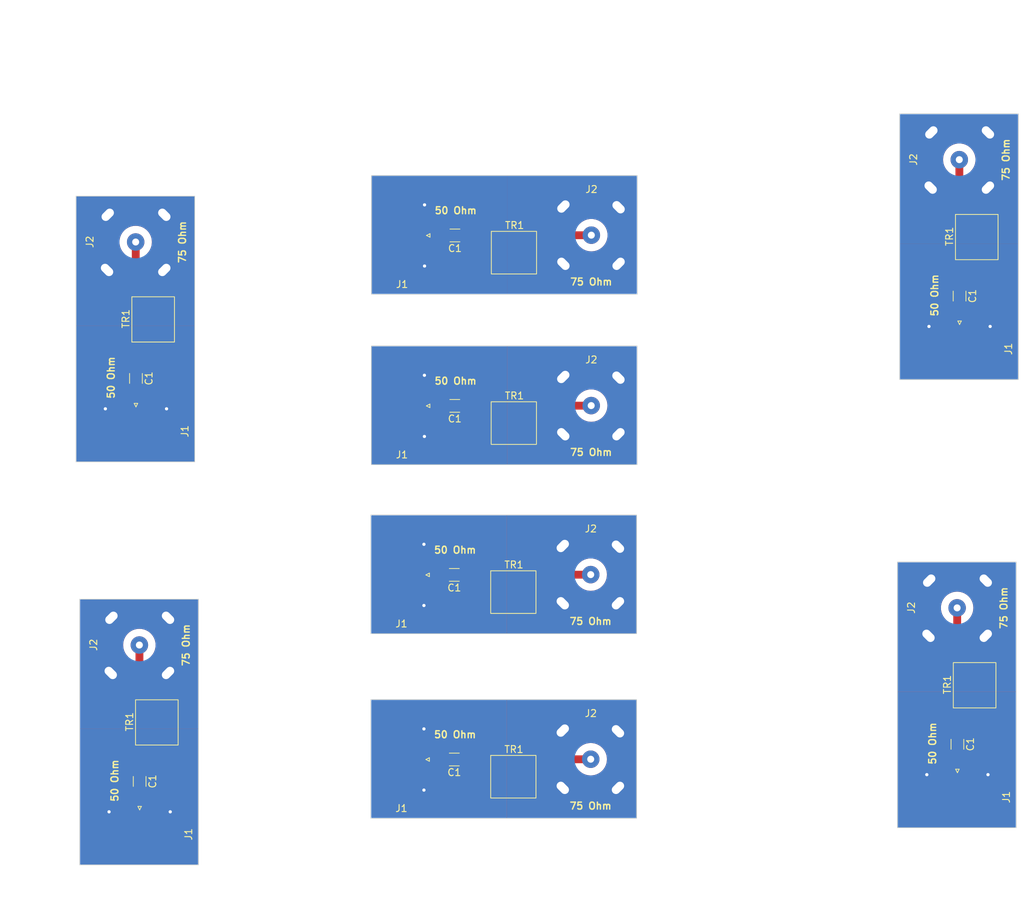
<source format=kicad_pcb>
(kicad_pcb (version 20221018) (generator pcbnew)
  (layers (0 "F.Cu" signal) (31 "B.Cu" signal) (34 "B.Paste" user) (35 "F.Paste" user) (36 "B.SilkS" user "B.Silkscreen") (37 "F.SilkS" user "F.Silkscreen") (38 "B.Mask" user) (39 "F.Mask" user) (44 "Edge.Cuts" user))
  (net 0 "")
  (net 1 "Net-(C1-Pad1)")
  (net 2 "Net-(J1-In)")
  (net 3 "Net-(C2-Pad1)")
  (net 4 "GND")
  (footprint "Capacitor_SMD:C_1206_3216Metric" (layer "F.Cu") (at 142.78 142.61 180)
    (fp_text reference "C1" (at 0 -1.85 180) (layer "F.SilkS"))
    (fp_text value "72p")
    (fp_line (start -0.711252 -0.91) (end 0.711252 -0.91) (stroke (width 0.12)) (layer "F.SilkS"))
    (fp_line (start -0.711252 0.91) (end 0.711252 0.91) (stroke (width 0.12)) (layer "F.SilkS"))
    (pad "1" smd roundrect (at -1.475 0 180) (size 1.15 1.8) (layers "F.Cu" "F.Paste" "F.Mask") (roundrect_rratio 0.217391) (net 1 "Net-(C1-Pad1)"))
    (pad "2" smd roundrect (at 1.475 0 180) (size 1.15 1.8) (layers "F.Cu" "F.Paste" "F.Mask") (roundrect_rratio 0.217391) (net 2 "Net-(J1-In)"))
  )
  (footprint "Capacitor_SMD:C_1206_3216Metric" (layer "F.Cu") (at 142.87 67.58 180)
    (fp_text reference "C1" (at 0 -1.85 180) (layer "F.SilkS"))
    (fp_text value "72p")
    (fp_line (start -0.711252 -0.91) (end 0.711252 -0.91) (stroke (width 0.12)) (layer "F.SilkS"))
    (fp_line (start -0.711252 0.91) (end 0.711252 0.91) (stroke (width 0.12)) (layer "F.SilkS"))
    (pad "1" smd roundrect (at -1.475 0 180) (size 1.15 1.8) (layers "F.Cu" "F.Paste" "F.Mask") (roundrect_rratio 0.217391) (net 1 "Net-(C1-Pad1)"))
    (pad "2" smd roundrect (at 1.475 0 180) (size 1.15 1.8) (layers "F.Cu" "F.Paste" "F.Mask") (roundrect_rratio 0.217391) (net 2 "Net-(J1-In)"))
  )
  (footprint "Connector_Coaxial:SMA_Molex_73251-1153_EdgeMount_Horizontal" (layer "F.Cu") (at 136.71 142.61)
    (fp_text reference "J1" (at -1.5 7) (layer "F.SilkS"))
    (fp_text value "Conn_Coaxial")
    (fp_line (start 2 0) (end 2.5 -0.25) (stroke (width 0.12)) (layer "F.SilkS"))
    (fp_line (start 2.5 -0.25) (end 2.5 0.25) (stroke (width 0.12)) (layer "F.SilkS"))
    (fp_line (start 2.5 0.25) (end 2 0) (stroke (width 0.12)) (layer "F.SilkS"))
    (pad "1" smd rect (at -1.72 0) (size 5.08 2.29) (layers "F.Cu" "F.Paste" "F.Mask") (net 2 "Net-(J1-In)"))
    (pad "2" smd rect (at -1.72 -4.38) (size 5.08 2.42) (layers "F.Cu" "F.Paste" "F.Mask") (net 4 "GND"))
    (pad "2" smd rect (at -1.72 -4.38) (size 5.08 2.42) (layers "B.Cu" "B.Paste" "B.Mask") (net 4 "GND"))
    (pad "2" smd rect (at -1.72 4.38) (size 5.08 2.42) (layers "F.Cu" "F.Paste" "F.Mask") (net 4 "GND"))
    (pad "2" smd rect (at -1.72 4.38) (size 5.08 2.42) (layers "B.Cu" "B.Paste" "B.Mask") (net 4 "GND"))
    (pad "2" smd rect (at 1.27 -4.38) (size 0.95 0.46) (layers "F.Cu") (net 4 "GND"))
    (pad "2" smd rect (at 1.27 -4.38) (size 0.95 0.46) (layers "B.Cu") (net 4 "GND"))
    (pad "2" smd rect (at 1.27 4.38) (size 0.95 0.46) (layers "F.Cu") (net 4 "GND"))
    (pad "2" smd rect (at 1.27 4.38) (size 0.95 0.46) (layers "B.Cu") (net 4 "GND"))
    (pad "2" thru_hole circle (at 1.72 -4.38) (size 0.97 0.97) (drill 0.46) (layers "*.Cu") (net 4 "GND"))
    (pad "2" thru_hole circle (at 1.72 4.38) (size 0.97 0.97) (drill 0.46) (layers "*.Cu") (net 4 "GND"))
  )
  (footprint "Connector_Coaxial:SMA_Molex_73251-1153_EdgeMount_Horizontal" (layer "F.Cu") (at 214.81 146.5 90)
    (fp_text reference "J1" (at -1.5 7 90) (layer "F.SilkS"))
    (fp_text value "Conn_Coaxial")
    (fp_line (start 2 0) (end 2.5 -0.25) (stroke (width 0.12)) (layer "F.SilkS"))
    (fp_line (start 2.5 -0.25) (end 2.5 0.25) (stroke (width 0.12)) (layer "F.SilkS"))
    (fp_line (start 2.5 0.25) (end 2 0) (stroke (width 0.12)) (layer "F.SilkS"))
    (pad "1" smd rect (at -1.72 0 90) (size 5.08 2.29) (layers "F.Cu" "F.Paste" "F.Mask") (net 2 "Net-(J1-In)"))
    (pad "2" smd rect (at -1.72 -4.38 90) (size 5.08 2.42) (layers "F.Cu" "F.Paste" "F.Mask") (net 4 "GND"))
    (pad "2" smd rect (at -1.72 -4.38 90) (size 5.08 2.42) (layers "B.Cu" "B.Paste" "B.Mask") (net 4 "GND"))
    (pad "2" smd rect (at -1.72 4.38 90) (size 5.08 2.42) (layers "F.Cu" "F.Paste" "F.Mask") (net 4 "GND"))
    (pad "2" smd rect (at -1.72 4.38 90) (size 5.08 2.42) (layers "B.Cu" "B.Paste" "B.Mask") (net 4 "GND"))
    (pad "2" smd rect (at 1.27 -4.38 90) (size 0.95 0.46) (layers "F.Cu") (net 4 "GND"))
    (pad "2" smd rect (at 1.27 -4.38 90) (size 0.95 0.46) (layers "B.Cu") (net 4 "GND"))
    (pad "2" smd rect (at 1.27 4.38 90) (size 0.95 0.46) (layers "F.Cu") (net 4 "GND"))
    (pad "2" smd rect (at 1.27 4.38 90) (size 0.95 0.46) (layers "B.Cu") (net 4 "GND"))
    (pad "2" thru_hole circle (at 1.72 -4.38 90) (size 0.97 0.97) (drill 0.46) (layers "*.Cu") (net 4 "GND"))
    (pad "2" thru_hole circle (at 1.72 4.38 90) (size 0.97 0.97) (drill 0.46) (layers "*.Cu") (net 4 "GND"))
  )
  (footprint "Transformatory:Tranformator_Coilcraft_TTWB1015L" (layer "F.Cu") (at 148.08 66.9925)
    (fp_text reference "TR1" (at 3.33 -0.859 unlocked) (layer "F.SilkS"))
    (fp_text value "ADT1.5-2")
    (fp_rect (start 0 0) (end 6.48 6.1) (stroke (width 0.12)) (fill none) (layer "F.SilkS"))
    (pad "1" smd rect (at 0.38 0.58) (size 1.2 1.35) (layers "F.Cu" "F.Paste" "F.Mask") (net 1 "Net-(C1-Pad1)"))
    (pad "2" smd rect (at 0.39 3.07) (size 1.2 1.35) (layers "F.Cu" "F.Paste" "F.Mask"))
    (pad "3" smd rect (at 0.37 5.55) (size 1.2 1.35) (layers "F.Cu" "F.Paste" "F.Mask") (net 4 "GND"))
    (pad "4" smd rect (at 6.03 5.51) (size 1.2 1.3) (layers "F.Cu" "F.Paste" "F.Mask") (net 4 "GND"))
    (pad "5" smd rect (at 6.03 3.08) (size 1.2 1.35) (layers "F.Cu" "F.Paste" "F.Mask"))
    (pad "6" smd rect (at 6.03 0.54) (size 1.2 1.35) (layers "F.Cu" "F.Paste" "F.Mask") (net 3 "Net-(C2-Pad1)"))
  )
  (footprint "Capacitor_SMD:C_1206_3216Metric" (layer "F.Cu") (at 214.81 140.43 -90)
    (fp_text reference "C1" (at 0 -1.85 90) (layer "F.SilkS"))
    (fp_text value "72p")
    (fp_line (start -0.711252 -0.91) (end 0.711252 -0.91) (stroke (width 0.12)) (layer "F.SilkS"))
    (fp_line (start -0.711252 0.91) (end 0.711252 0.91) (stroke (width 0.12)) (layer "F.SilkS"))
    (pad "1" smd roundrect (at -1.475 0 270) (size 1.15 1.8) (layers "F.Cu" "F.Paste" "F.Mask") (roundrect_rratio 0.217391) (net 1 "Net-(C1-Pad1)"))
    (pad "2" smd roundrect (at 1.475 0 270) (size 1.15 1.8) (layers "F.Cu" "F.Paste" "F.Mask") (roundrect_rratio 0.217391) (net 2 "Net-(J1-In)"))
  )
  (footprint "Transformatory:Tranformator_Coilcraft_TTWB1015L" (layer "F.Cu") (at 148.06 91.3925)
    (fp_text reference "TR1" (at 3.33 -0.859 unlocked) (layer "F.SilkS"))
    (fp_text value "ADT1.5-2")
    (fp_rect (start 0 0) (end 6.48 6.1) (stroke (width 0.12)) (fill none) (layer "F.SilkS"))
    (pad "1" smd rect (at 0.38 0.58) (size 1.2 1.35) (layers "F.Cu" "F.Paste" "F.Mask") (net 1 "Net-(C1-Pad1)"))
    (pad "2" smd rect (at 0.39 3.07) (size 1.2 1.35) (layers "F.Cu" "F.Paste" "F.Mask"))
    (pad "3" smd rect (at 0.37 5.55) (size 1.2 1.35) (layers "F.Cu" "F.Paste" "F.Mask") (net 4 "GND"))
    (pad "4" smd rect (at 6.03 5.51) (size 1.2 1.3) (layers "F.Cu" "F.Paste" "F.Mask") (net 4 "GND"))
    (pad "5" smd rect (at 6.03 3.08) (size 1.2 1.35) (layers "F.Cu" "F.Paste" "F.Mask"))
    (pad "6" smd rect (at 6.03 0.54) (size 1.2 1.35) (layers "F.Cu" "F.Paste" "F.Mask") (net 3 "Net-(C2-Pad1)"))
  )
  (footprint "Transformatory:Tranformator_Coilcraft_TTWB1015L" (layer "F.Cu") (at 147.99 115.5925)
    (fp_text reference "TR1" (at 3.33 -0.859 unlocked) (layer "F.SilkS"))
    (fp_text value "ADT1.5-2")
    (fp_rect (start 0 0) (end 6.48 6.1) (stroke (width 0.12)) (fill none) (layer "F.SilkS"))
    (pad "1" smd rect (at 0.38 0.58) (size 1.2 1.35) (layers "F.Cu" "F.Paste" "F.Mask") (net 1 "Net-(C1-Pad1)"))
    (pad "2" smd rect (at 0.39 3.07) (size 1.2 1.35) (layers "F.Cu" "F.Paste" "F.Mask"))
    (pad "3" smd rect (at 0.37 5.55) (size 1.2 1.35) (layers "F.Cu" "F.Paste" "F.Mask") (net 4 "GND"))
    (pad "4" smd rect (at 6.03 5.51) (size 1.2 1.3) (layers "F.Cu" "F.Paste" "F.Mask") (net 4 "GND"))
    (pad "5" smd rect (at 6.03 3.08) (size 1.2 1.35) (layers "F.Cu" "F.Paste" "F.Mask"))
    (pad "6" smd rect (at 6.03 0.54) (size 1.2 1.35) (layers "F.Cu" "F.Paste" "F.Mask") (net 3 "Net-(C2-Pad1)"))
  )
  (footprint "Konektory:Coax_F_female_poziomy" (layer "F.Cu") (at 214.77 120.9 90)
    (fp_text reference "J2" (at 0.02 -6.56 90 unlocked) (layer "F.SilkS"))
    (fp_text value "Coax_F_female_poziomy")
    (pad "1" thru_hole circle (at 0 0 90) (size 2.5 2.5) (drill 1) (layers "*.Cu" "*.Mask") (net 3 "Net-(C2-Pad1)"))
    (pad "2" thru_hole circle (at -4 -4.1 45) (size 3.5 3.5) (drill oval 1.2 2) (layers "*.Cu" "*.Mask") (net 4 "GND"))
    (pad "2" thru_hole circle (at -4 4.1 135) (size 3.5 3.5) (drill oval 1.2 2) (layers "*.Cu" "*.Mask") (net 4 "GND"))
    (pad "2" thru_hole circle (at 3.9 -4 135) (size 3.5 3.5) (drill oval 1.2 2) (layers "*.Cu" "*.Mask") (net 4 "GND"))
    (pad "2" thru_hole circle (at 3.9 4.1 45) (size 3.5 3.5) (drill oval 1.2 2) (layers "*.Cu" "*.Mask") (net 4 "GND"))
  )
  (footprint "Transformatory:Tranformator_Coilcraft_TTWB1015L" (layer "F.Cu") (at 214.5325 71.05 90)
    (fp_text reference "TR1" (at 3.33 -0.859 90 unlocked) (layer "F.SilkS"))
    (fp_text value "ADT1.5-2")
    (fp_rect (start 0 0) (end 6.48 6.1) (stroke (width 0.12)) (fill none) (layer "F.SilkS"))
    (pad "1" smd rect (at 0.38 0.58 90) (size 1.2 1.35) (layers "F.Cu" "F.Paste" "F.Mask") (net 1 "Net-(C1-Pad1)"))
    (pad "2" smd rect (at 0.39 3.07 90) (size 1.2 1.35) (layers "F.Cu" "F.Paste" "F.Mask"))
    (pad "3" smd rect (at 0.37 5.55 90) (size 1.2 1.35) (layers "F.Cu" "F.Paste" "F.Mask") (net 4 "GND"))
    (pad "4" smd rect (at 6.03 5.51 90) (size 1.2 1.3) (layers "F.Cu" "F.Paste" "F.Mask") (net 4 "GND"))
    (pad "5" smd rect (at 6.03 3.08 90) (size 1.2 1.35) (layers "F.Cu" "F.Paste" "F.Mask"))
    (pad "6" smd rect (at 6.03 0.54 90) (size 1.2 1.35) (layers "F.Cu" "F.Paste" "F.Mask") (net 3 "Net-(C2-Pad1)"))
  )
  (footprint "Connector_Coaxial:SMA_Molex_73251-1153_EdgeMount_Horizontal" (layer "F.Cu") (at 97.2 94.12 90)
    (fp_text reference "J1" (at -1.5 7 90) (layer "F.SilkS"))
    (fp_text value "Conn_Coaxial")
    (fp_line (start 2 0) (end 2.5 -0.25) (stroke (width 0.12)) (layer "F.SilkS"))
    (fp_line (start 2.5 -0.25) (end 2.5 0.25) (stroke (width 0.12)) (layer "F.SilkS"))
    (fp_line (start 2.5 0.25) (end 2 0) (stroke (width 0.12)) (layer "F.SilkS"))
    (pad "1" smd rect (at -1.72 0 90) (size 5.08 2.29) (layers "F.Cu" "F.Paste" "F.Mask") (net 2 "Net-(J1-In)"))
    (pad "2" smd rect (at -1.72 -4.38 90) (size 5.08 2.42) (layers "F.Cu" "F.Paste" "F.Mask") (net 4 "GND"))
    (pad "2" smd rect (at -1.72 -4.38 90) (size 5.08 2.42) (layers "B.Cu" "B.Paste" "B.Mask") (net 4 "GND"))
    (pad "2" smd rect (at -1.72 4.38 90) (size 5.08 2.42) (layers "F.Cu" "F.Paste" "F.Mask") (net 4 "GND"))
    (pad "2" smd rect (at -1.72 4.38 90) (size 5.08 2.42) (layers "B.Cu" "B.Paste" "B.Mask") (net 4 "GND"))
    (pad "2" smd rect (at 1.27 -4.38 90) (size 0.95 0.46) (layers "F.Cu") (net 4 "GND"))
    (pad "2" smd rect (at 1.27 -4.38 90) (size 0.95 0.46) (layers "B.Cu") (net 4 "GND"))
    (pad "2" smd rect (at 1.27 4.38 90) (size 0.95 0.46) (layers "F.Cu") (net 4 "GND"))
    (pad "2" smd rect (at 1.27 4.38 90) (size 0.95 0.46) (layers "B.Cu") (net 4 "GND"))
    (pad "2" thru_hole circle (at 1.72 -4.38 90) (size 0.97 0.97) (drill 0.46) (layers "*.Cu") (net 4 "GND"))
    (pad "2" thru_hole circle (at 1.72 4.38 90) (size 0.97 0.97) (drill 0.46) (layers "*.Cu") (net 4 "GND"))
  )
  (footprint "Capacitor_SMD:C_1206_3216Metric" (layer "F.Cu") (at 97.2 88.05 -90)
    (fp_text reference "C1" (at 0 -1.85 90) (layer "F.SilkS"))
    (fp_text value "72p")
    (fp_line (start -0.711252 -0.91) (end 0.711252 -0.91) (stroke (width 0.12)) (layer "F.SilkS"))
    (fp_line (start -0.711252 0.91) (end 0.711252 0.91) (stroke (width 0.12)) (layer "F.SilkS"))
    (pad "1" smd roundrect (at -1.475 0 270) (size 1.15 1.8) (layers "F.Cu" "F.Paste" "F.Mask") (roundrect_rratio 0.217391) (net 1 "Net-(C1-Pad1)"))
    (pad "2" smd roundrect (at 1.475 0 270) (size 1.15 1.8) (layers "F.Cu" "F.Paste" "F.Mask") (roundrect_rratio 0.217391) (net 2 "Net-(J1-In)"))
  )
  (footprint "Capacitor_SMD:C_1206_3216Metric" (layer "F.Cu") (at 215.12 76.26 -90)
    (fp_text reference "C1" (at 0 -1.85 90) (layer "F.SilkS"))
    (fp_text value "72p")
    (fp_line (start -0.711252 -0.91) (end 0.711252 -0.91) (stroke (width 0.12)) (layer "F.SilkS"))
    (fp_line (start -0.711252 0.91) (end 0.711252 0.91) (stroke (width 0.12)) (layer "F.SilkS"))
    (pad "1" smd roundrect (at -1.475 0 270) (size 1.15 1.8) (layers "F.Cu" "F.Paste" "F.Mask") (roundrect_rratio 0.217391) (net 1 "Net-(C1-Pad1)"))
    (pad "2" smd roundrect (at 1.475 0 270) (size 1.15 1.8) (layers "F.Cu" "F.Paste" "F.Mask") (roundrect_rratio 0.217391) (net 2 "Net-(J1-In)"))
  )
  (footprint "Connector_Coaxial:SMA_Molex_73251-1153_EdgeMount_Horizontal" (layer "F.Cu") (at 136.71 116.18)
    (fp_text reference "J1" (at -1.5 7) (layer "F.SilkS"))
    (fp_text value "Conn_Coaxial")
    (fp_line (start 2 0) (end 2.5 -0.25) (stroke (width 0.12)) (layer "F.SilkS"))
    (fp_line (start 2.5 -0.25) (end 2.5 0.25) (stroke (width 0.12)) (layer "F.SilkS"))
    (fp_line (start 2.5 0.25) (end 2 0) (stroke (width 0.12)) (layer "F.SilkS"))
    (pad "1" smd rect (at -1.72 0) (size 5.08 2.29) (layers "F.Cu" "F.Paste" "F.Mask") (net 2 "Net-(J1-In)"))
    (pad "2" smd rect (at -1.72 -4.38) (size 5.08 2.42) (layers "F.Cu" "F.Paste" "F.Mask") (net 4 "GND"))
    (pad "2" smd rect (at -1.72 -4.38) (size 5.08 2.42) (layers "B.Cu" "B.Paste" "B.Mask") (net 4 "GND"))
    (pad "2" smd rect (at -1.72 4.38) (size 5.08 2.42) (layers "F.Cu" "F.Paste" "F.Mask") (net 4 "GND"))
    (pad "2" smd rect (at -1.72 4.38) (size 5.08 2.42) (layers "B.Cu" "B.Paste" "B.Mask") (net 4 "GND"))
    (pad "2" smd rect (at 1.27 -4.38) (size 0.95 0.46) (layers "F.Cu") (net 4 "GND"))
    (pad "2" smd rect (at 1.27 -4.38) (size 0.95 0.46) (layers "B.Cu") (net 4 "GND"))
    (pad "2" smd rect (at 1.27 4.38) (size 0.95 0.46) (layers "F.Cu") (net 4 "GND"))
    (pad "2" smd rect (at 1.27 4.38) (size 0.95 0.46) (layers "B.Cu") (net 4 "GND"))
    (pad "2" thru_hole circle (at 1.72 -4.38) (size 0.97 0.97) (drill 0.46) (layers "*.Cu") (net 4 "GND"))
    (pad "2" thru_hole circle (at 1.72 4.38) (size 0.97 0.97) (drill 0.46) (layers "*.Cu") (net 4 "GND"))
  )
  (footprint "Konektory:Coax_F_female_poziomy" (layer "F.Cu") (at 97.16 68.52 90)
    (fp_text reference "J2" (at 0.02 -6.56 90 unlocked) (layer "F.SilkS"))
    (fp_text value "Coax_F_female_poziomy")
    (pad "1" thru_hole circle (at 0 0 90) (size 2.5 2.5) (drill 1) (layers "*.Cu" "*.Mask") (net 3 "Net-(C2-Pad1)"))
    (pad "2" thru_hole circle (at -4 -4.1 45) (size 3.5 3.5) (drill oval 1.2 2) (layers "*.Cu" "*.Mask") (net 4 "GND"))
    (pad "2" thru_hole circle (at -4 4.1 135) (size 3.5 3.5) (drill oval 1.2 2) (layers "*.Cu" "*.Mask") (net 4 "GND"))
    (pad "2" thru_hole circle (at 3.9 -4 135) (size 3.5 3.5) (drill oval 1.2 2) (layers "*.Cu" "*.Mask") (net 4 "GND"))
    (pad "2" thru_hole circle (at 3.9 4.1 45) (size 3.5 3.5) (drill oval 1.2 2) (layers "*.Cu" "*.Mask") (net 4 "GND"))
  )
  (footprint "Konektory:Coax_F_female_poziomy" (layer "F.Cu") (at 162.38 91.94)
    (fp_text reference "J2" (at 0.02 -6.56 unlocked) (layer "F.SilkS"))
    (fp_text value "Coax_F_female_poziomy")
    (pad "1" thru_hole circle (at 0 0) (size 2.5 2.5) (drill 1) (layers "*.Cu" "*.Mask") (net 3 "Net-(C2-Pad1)"))
    (pad "2" thru_hole circle (at -4 -4.1 315) (size 3.5 3.5) (drill oval 1.2 2) (layers "*.Cu" "*.Mask") (net 4 "GND"))
    (pad "2" thru_hole circle (at -4 4.1 45) (size 3.5 3.5) (drill oval 1.2 2) (layers "*.Cu" "*.Mask") (net 4 "GND"))
    (pad "2" thru_hole circle (at 3.9 -4 45) (size 3.5 3.5) (drill oval 1.2 2) (layers "*.Cu" "*.Mask") (net 4 "GND"))
    (pad "2" thru_hole circle (at 3.9 4.1 315) (size 3.5 3.5) (drill oval 1.2 2) (layers "*.Cu" "*.Mask") (net 4 "GND"))
  )
  (footprint "Connector_Coaxial:SMA_Molex_73251-1153_EdgeMount_Horizontal" (layer "F.Cu") (at 97.73 151.82 90)
    (fp_text reference "J1" (at -1.5 7 90) (layer "F.SilkS"))
    (fp_text value "Conn_Coaxial")
    (fp_line (start 2 0) (end 2.5 -0.25) (stroke (width 0.12)) (layer "F.SilkS"))
    (fp_line (start 2.5 -0.25) (end 2.5 0.25) (stroke (width 0.12)) (layer "F.SilkS"))
    (fp_line (start 2.5 0.25) (end 2 0) (stroke (width 0.12)) (layer "F.SilkS"))
    (pad "1" smd rect (at -1.72 0 90) (size 5.08 2.29) (layers "F.Cu" "F.Paste" "F.Mask") (net 2 "Net-(J1-In)"))
    (pad "2" smd rect (at -1.72 -4.38 90) (size 5.08 2.42) (layers "F.Cu" "F.Paste" "F.Mask") (net 4 "GND"))
    (pad "2" smd rect (at -1.72 -4.38 90) (size 5.08 2.42) (layers "B.Cu" "B.Paste" "B.Mask") (net 4 "GND"))
    (pad "2" smd rect (at -1.72 4.38 90) (size 5.08 2.42) (layers "F.Cu" "F.Paste" "F.Mask") (net 4 "GND"))
    (pad "2" smd rect (at -1.72 4.38 90) (size 5.08 2.42) (layers "B.Cu" "B.Paste" "B.Mask") (net 4 "GND"))
    (pad "2" smd rect (at 1.27 -4.38 90) (size 0.95 0.46) (layers "F.Cu") (net 4 "GND"))
    (pad "2" smd rect (at 1.27 -4.38 90) (size 0.95 0.46) (layers "B.Cu") (net 4 "GND"))
    (pad "2" smd rect (at 1.27 4.38 90) (size 0.95 0.46) (layers "F.Cu") (net 4 "GND"))
    (pad "2" smd rect (at 1.27 4.38 90) (size 0.95 0.46) (layers "B.Cu") (net 4 "GND"))
    (pad "2" thru_hole circle (at 1.72 -4.38 90) (size 0.97 0.97) (drill 0.46) (layers "*.Cu") (net 4 "GND"))
    (pad "2" thru_hole circle (at 1.72 4.38 90) (size 0.97 0.97) (drill 0.46) (layers "*.Cu") (net 4 "GND"))
  )
  (footprint "Konektory:Coax_F_female_poziomy" (layer "F.Cu") (at 162.31 116.14)
    (fp_text reference "J2" (at 0.02 -6.56 unlocked) (layer "F.SilkS"))
    (fp_text value "Coax_F_female_poziomy")
    (pad "1" thru_hole circle (at 0 0) (size 2.5 2.5) (drill 1) (layers "*.Cu" "*.Mask") (net 3 "Net-(C2-Pad1)"))
    (pad "2" thru_hole circle (at -4 -4.1 315) (size 3.5 3.5) (drill oval 1.2 2) (layers "*.Cu" "*.Mask") (net 4 "GND"))
    (pad "2" thru_hole circle (at -4 4.1 45) (size 3.5 3.5) (drill oval 1.2 2) (layers "*.Cu" "*.Mask") (net 4 "GND"))
    (pad "2" thru_hole circle (at 3.9 -4 45) (size 3.5 3.5) (drill oval 1.2 2) (layers "*.Cu" "*.Mask") (net 4 "GND"))
    (pad "2" thru_hole circle (at 3.9 4.1 315) (size 3.5 3.5) (drill oval 1.2 2) (layers "*.Cu" "*.Mask") (net 4 "GND"))
  )
  (footprint "Konektory:Coax_F_female_poziomy" (layer "F.Cu") (at 162.31 142.57)
    (fp_text reference "J2" (at 0.02 -6.56 unlocked) (layer "F.SilkS"))
    (fp_text value "Coax_F_female_poziomy")
    (pad "1" thru_hole circle (at 0 0) (size 2.5 2.5) (drill 1) (layers "*.Cu" "*.Mask") (net 3 "Net-(C2-Pad1)"))
    (pad "2" thru_hole circle (at -4 -4.1 315) (size 3.5 3.5) (drill oval 1.2 2) (layers "*.Cu" "*.Mask") (net 4 "GND"))
    (pad "2" thru_hole circle (at -4 4.1 45) (size 3.5 3.5) (drill oval 1.2 2) (layers "*.Cu" "*.Mask") (net 4 "GND"))
    (pad "2" thru_hole circle (at 3.9 -4 45) (size 3.5 3.5) (drill oval 1.2 2) (layers "*.Cu" "*.Mask") (net 4 "GND"))
    (pad "2" thru_hole circle (at 3.9 4.1 315) (size 3.5 3.5) (drill oval 1.2 2) (layers "*.Cu" "*.Mask") (net 4 "GND"))
  )
  (footprint "Connector_Coaxial:SMA_Molex_73251-1153_EdgeMount_Horizontal" (layer "F.Cu") (at 136.8 67.58)
    (fp_text reference "J1" (at -1.5 7) (layer "F.SilkS"))
    (fp_text value "Conn_Coaxial")
    (fp_line (start 2 0) (end 2.5 -0.25) (stroke (width 0.12)) (layer "F.SilkS"))
    (fp_line (start 2.5 -0.25) (end 2.5 0.25) (stroke (width 0.12)) (layer "F.SilkS"))
    (fp_line (start 2.5 0.25) (end 2 0) (stroke (width 0.12)) (layer "F.SilkS"))
    (pad "1" smd rect (at -1.72 0) (size 5.08 2.29) (layers "F.Cu" "F.Paste" "F.Mask") (net 2 "Net-(J1-In)"))
    (pad "2" smd rect (at -1.72 -4.38) (size 5.08 2.42) (layers "F.Cu" "F.Paste" "F.Mask") (net 4 "GND"))
    (pad "2" smd rect (at -1.72 -4.38) (size 5.08 2.42) (layers "B.Cu" "B.Paste" "B.Mask") (net 4 "GND"))
    (pad "2" smd rect (at -1.72 4.38) (size 5.08 2.42) (layers "F.Cu" "F.Paste" "F.Mask") (net 4 "GND"))
    (pad "2" smd rect (at -1.72 4.38) (size 5.08 2.42) (layers "B.Cu" "B.Paste" "B.Mask") (net 4 "GND"))
    (pad "2" smd rect (at 1.27 -4.38) (size 0.95 0.46) (layers "F.Cu") (net 4 "GND"))
    (pad "2" smd rect (at 1.27 -4.38) (size 0.95 0.46) (layers "B.Cu") (net 4 "GND"))
    (pad "2" smd rect (at 1.27 4.38) (size 0.95 0.46) (layers "F.Cu") (net 4 "GND"))
    (pad "2" smd rect (at 1.27 4.38) (size 0.95 0.46) (layers "B.Cu") (net 4 "GND"))
    (pad "2" thru_hole circle (at 1.72 -4.38) (size 0.97 0.97) (drill 0.46) (layers "*.Cu") (net 4 "GND"))
    (pad "2" thru_hole circle (at 1.72 4.38) (size 0.97 0.97) (drill 0.46) (layers "*.Cu") (net 4 "GND"))
  )
  (footprint "Konektory:Coax_F_female_poziomy" (layer "F.Cu") (at 97.69 126.22 90)
    (fp_text reference "J2" (at 0.02 -6.56 90 unlocked) (layer "F.SilkS"))
    (fp_text value "Coax_F_female_poziomy")
    (pad "1" thru_hole circle (at 0 0 90) (size 2.5 2.5) (drill 1) (layers "*.Cu" "*.Mask") (net 3 "Net-(C2-Pad1)"))
    (pad "2" thru_hole circle (at -4 -4.1 45) (size 3.5 3.5) (drill oval 1.2 2) (layers "*.Cu" "*.Mask") (net 4 "GND"))
    (pad "2" thru_hole circle (at -4 4.1 135) (size 3.5 3.5) (drill oval 1.2 2) (layers "*.Cu" "*.Mask") (net 4 "GND"))
    (pad "2" thru_hole circle (at 3.9 -4 135) (size 3.5 3.5) (drill oval 1.2 2) (layers "*.Cu" "*.Mask") (net 4 "GND"))
    (pad "2" thru_hole circle (at 3.9 4.1 45) (size 3.5 3.5) (drill oval 1.2 2) (layers "*.Cu" "*.Mask") (net 4 "GND"))
  )
  (footprint "Transformatory:Tranformator_Coilcraft_TTWB1015L" (layer "F.Cu") (at 97.1425 140.54 90)
    (fp_text reference "TR1" (at 3.33 -0.859 90 unlocked) (layer "F.SilkS"))
    (fp_text value "ADT1.5-2")
    (fp_rect (start 0 0) (end 6.48 6.1) (stroke (width 0.12)) (fill none) (layer "F.SilkS"))
    (pad "1" smd rect (at 0.38 0.58 90) (size 1.2 1.35) (layers "F.Cu" "F.Paste" "F.Mask") (net 1 "Net-(C1-Pad1)"))
    (pad "2" smd rect (at 0.39 3.07 90) (size 1.2 1.35) (layers "F.Cu" "F.Paste" "F.Mask"))
    (pad "3" smd rect (at 0.37 5.55 90) (size 1.2 1.35) (layers "F.Cu" "F.Paste" "F.Mask") (net 4 "GND"))
    (pad "4" smd rect (at 6.03 5.51 90) (size 1.2 1.3) (layers "F.Cu" "F.Paste" "F.Mask") (net 4 "GND"))
    (pad "5" smd rect (at 6.03 3.08 90) (size 1.2 1.35) (layers "F.Cu" "F.Paste" "F.Mask"))
    (pad "6" smd rect (at 6.03 0.54 90) (size 1.2 1.35) (layers "F.Cu" "F.Paste" "F.Mask") (net 3 "Net-(C2-Pad1)"))
  )
  (footprint "Connector_Coaxial:SMA_Molex_73251-1153_EdgeMount_Horizontal" (layer "F.Cu") (at 215.12 82.33 90)
    (fp_text reference "J1" (at -1.5 7 90) (layer "F.SilkS"))
    (fp_text value "Conn_Coaxial")
    (fp_line (start 2 0) (end 2.5 -0.25) (stroke (width 0.12)) (layer "F.SilkS"))
    (fp_line (start 2.5 -0.25) (end 2.5 0.25) (stroke (width 0.12)) (layer "F.SilkS"))
    (fp_line (start 2.5 0.25) (end 2 0) (stroke (width 0.12)) (layer "F.SilkS"))
    (pad "1" smd rect (at -1.72 0 90) (size 5.08 2.29) (layers "F.Cu" "F.Paste" "F.Mask") (net 2 "Net-(J1-In)"))
    (pad "2" smd rect (at -1.72 -4.38 90) (size 5.08 2.42) (layers "F.Cu" "F.Paste" "F.Mask") (net 4 "GND"))
    (pad "2" smd rect (at -1.72 -4.38 90) (size 5.08 2.42) (layers "B.Cu" "B.Paste" "B.Mask") (net 4 "GND"))
    (pad "2" smd rect (at -1.72 4.38 90) (size 5.08 2.42) (layers "F.Cu" "F.Paste" "F.Mask") (net 4 "GND"))
    (pad "2" smd rect (at -1.72 4.38 90) (size 5.08 2.42) (layers "B.Cu" "B.Paste" "B.Mask") (net 4 "GND"))
    (pad "2" smd rect (at 1.27 -4.38 90) (size 0.95 0.46) (layers "F.Cu") (net 4 "GND"))
    (pad "2" smd rect (at 1.27 -4.38 90) (size 0.95 0.46) (layers "B.Cu") (net 4 "GND"))
    (pad "2" smd rect (at 1.27 4.38 90) (size 0.95 0.46) (layers "F.Cu") (net 4 "GND"))
    (pad "2" smd rect (at 1.27 4.38 90) (size 0.95 0.46) (layers "B.Cu") (net 4 "GND"))
    (pad "2" thru_hole circle (at 1.72 -4.38 90) (size 0.97 0.97) (drill 0.46) (layers "*.Cu") (net 4 "GND"))
    (pad "2" thru_hole circle (at 1.72 4.38 90) (size 0.97 0.97) (drill 0.46) (layers "*.Cu") (net 4 "GND"))
  )
  (footprint "Connector_Coaxial:SMA_Molex_73251-1153_EdgeMount_Horizontal" (layer "F.Cu") (at 136.78 91.98)
    (fp_text reference "J1" (at -1.5 7) (layer "F.SilkS"))
    (fp_text value "Conn_Coaxial")
    (fp_line (start 2 0) (end 2.5 -0.25) (stroke (width 0.12)) (layer "F.SilkS"))
    (fp_line (start 2.5 -0.25) (end 2.5 0.25) (stroke (width 0.12)) (layer "F.SilkS"))
    (fp_line (start 2.5 0.25) (end 2 0) (stroke (width 0.12)) (layer "F.SilkS"))
    (pad "1" smd rect (at -1.72 0) (size 5.08 2.29) (layers "F.Cu" "F.Paste" "F.Mask") (net 2 "Net-(J1-In)"))
    (pad "2" smd rect (at -1.72 -4.38) (size 5.08 2.42) (layers "F.Cu" "F.Paste" "F.Mask") (net 4 "GND"))
    (pad "2" smd rect (at -1.72 -4.38) (size 5.08 2.42) (layers "B.Cu" "B.Paste" "B.Mask") (net 4 "GND"))
    (pad "2" smd rect (at -1.72 4.38) (size 5.08 2.42) (layers "F.Cu" "F.Paste" "F.Mask") (net 4 "GND"))
    (pad "2" smd rect (at -1.72 4.38) (size 5.08 2.42) (layers "B.Cu" "B.Paste" "B.Mask") (net 4 "GND"))
    (pad "2" smd rect (at 1.27 -4.38) (size 0.95 0.46) (layers "F.Cu") (net 4 "GND"))
    (pad "2" smd rect (at 1.27 -4.38) (size 0.95 0.46) (layers "B.Cu") (net 4 "GND"))
    (pad "2" smd rect (at 1.27 4.38) (size 0.95 0.46) (layers "F.Cu") (net 4 "GND"))
    (pad "2" smd rect (at 1.27 4.38) (size 0.95 0.46) (layers "B.Cu") (net 4 "GND"))
    (pad "2" thru_hole circle (at 1.72 -4.38) (size 0.97 0.97) (drill 0.46) (layers "*.Cu") (net 4 "GND"))
    (pad "2" thru_hole circle (at 1.72 4.38) (size 0.97 0.97) (drill 0.46) (layers "*.Cu") (net 4 "GND"))
  )
  (footprint "Konektory:Coax_F_female_poziomy" (layer "F.Cu") (at 215.08 56.73 90)
    (fp_text reference "J2" (at 0.02 -6.56 90 unlocked) (layer "F.SilkS"))
    (fp_text value "Coax_F_female_poziomy")
    (pad "1" thru_hole circle (at 0 0 90) (size 2.5 2.5) (drill 1) (layers "*.Cu" "*.Mask") (net 3 "Net-(C2-Pad1)"))
    (pad "2" thru_hole circle (at -4 -4.1 45) (size 3.5 3.5) (drill oval 1.2 2) (layers "*.Cu" "*.Mask") (net 4 "GND"))
    (pad "2" thru_hole circle (at -4 4.1 135) (size 3.5 3.5) (drill oval 1.2 2) (layers "*.Cu" "*.Mask") (net 4 "GND"))
    (pad "2" thru_hole circle (at 3.9 -4 135) (size 3.5 3.5) (drill oval 1.2 2) (layers "*.Cu" "*.Mask") (net 4 "GND"))
    (pad "2" thru_hole circle (at 3.9 4.1 45) (size 3.5 3.5) (drill oval 1.2 2) (layers "*.Cu" "*.Mask") (net 4 "GND"))
  )
  (footprint "Transformatory:Tranformator_Coilcraft_TTWB1015L" (layer "F.Cu") (at 147.99 142.0225)
    (fp_text reference "TR1" (at 3.33 -0.859 unlocked) (layer "F.SilkS"))
    (fp_text value "ADT1.5-2")
    (fp_rect (start 0 0) (end 6.48 6.1) (stroke (width 0.12)) (fill none) (layer "F.SilkS"))
    (pad "1" smd rect (at 0.38 0.58) (size 1.2 1.35) (layers "F.Cu" "F.Paste" "F.Mask") (net 1 "Net-(C1-Pad1)"))
    (pad "2" smd rect (at 0.39 3.07) (size 1.2 1.35) (layers "F.Cu" "F.Paste" "F.Mask"))
    (pad "3" smd rect (at 0.37 5.55) (size 1.2 1.35) (layers "F.Cu" "F.Paste" "F.Mask") (net 4 "GND"))
    (pad "4" smd rect (at 6.03 5.51) (size 1.2 1.3) (layers "F.Cu" "F.Paste" "F.Mask") (net 4 "GND"))
    (pad "5" smd rect (at 6.03 3.08) (size 1.2 1.35) (layers "F.Cu" "F.Paste" "F.Mask"))
    (pad "6" smd rect (at 6.03 0.54) (size 1.2 1.35) (layers "F.Cu" "F.Paste" "F.Mask") (net 3 "Net-(C2-Pad1)"))
  )
  (footprint "Transformatory:Tranformator_Coilcraft_TTWB1015L" (layer "F.Cu") (at 214.2225 135.22 90)
    (fp_text reference "TR1" (at 3.33 -0.859 90 unlocked) (layer "F.SilkS"))
    (fp_text value "ADT1.5-2")
    (fp_rect (start 0 0) (end 6.48 6.1) (stroke (width 0.12)) (fill none) (layer "F.SilkS"))
    (pad "1" smd rect (at 0.38 0.58 90) (size 1.2 1.35) (layers "F.Cu" "F.Paste" "F.Mask") (net 1 "Net-(C1-Pad1)"))
    (pad "2" smd rect (at 0.39 3.07 90) (size 1.2 1.35) (layers "F.Cu" "F.Paste" "F.Mask"))
    (pad "3" smd rect (at 0.37 5.55 90) (size 1.2 1.35) (layers "F.Cu" "F.Paste" "F.Mask") (net 4 "GND"))
    (pad "4" smd rect (at 6.03 5.51 90) (size 1.2 1.3) (layers "F.Cu" "F.Paste" "F.Mask") (net 4 "GND"))
    (pad "5" smd rect (at 6.03 3.08 90) (size 1.2 1.35) (layers "F.Cu" "F.Paste" "F.Mask"))
    (pad "6" smd rect (at 6.03 0.54 90) (size 1.2 1.35) (layers "F.Cu" "F.Paste" "F.Mask") (net 3 "Net-(C2-Pad1)"))
  )
  (footprint "Capacitor_SMD:C_1206_3216Metric" (layer "F.Cu") (at 97.73 145.75 -90)
    (fp_text reference "C1" (at 0 -1.85 90) (layer "F.SilkS"))
    (fp_text value "72p")
    (fp_line (start -0.711252 -0.91) (end 0.711252 -0.91) (stroke (width 0.12)) (layer "F.SilkS"))
    (fp_line (start -0.711252 0.91) (end 0.711252 0.91) (stroke (width 0.12)) (layer "F.SilkS"))
    (pad "1" smd roundrect (at -1.475 0 270) (size 1.15 1.8) (layers "F.Cu" "F.Paste" "F.Mask") (roundrect_rratio 0.217391) (net 1 "Net-(C1-Pad1)"))
    (pad "2" smd roundrect (at 1.475 0 270) (size 1.15 1.8) (layers "F.Cu" "F.Paste" "F.Mask") (roundrect_rratio 0.217391) (net 2 "Net-(J1-In)"))
  )
  (footprint "Konektory:Coax_F_female_poziomy" (layer "F.Cu") (at 162.4 67.54)
    (fp_text reference "J2" (at 0.02 -6.56 unlocked) (layer "F.SilkS"))
    (fp_text value "Coax_F_female_poziomy")
    (pad "1" thru_hole circle (at 0 0) (size 2.5 2.5) (drill 1) (layers "*.Cu" "*.Mask") (net 3 "Net-(C2-Pad1)"))
    (pad "2" thru_hole circle (at -4 -4.1 315) (size 3.5 3.5) (drill oval 1.2 2) (layers "*.Cu" "*.Mask") (net 4 "GND"))
    (pad "2" thru_hole circle (at -4 4.1 45) (size 3.5 3.5) (drill oval 1.2 2) (layers "*.Cu" "*.Mask") (net 4 "GND"))
    (pad "2" thru_hole circle (at 3.9 -4 45) (size 3.5 3.5) (drill oval 1.2 2) (layers "*.Cu" "*.Mask") (net 4 "GND"))
    (pad "2" thru_hole circle (at 3.9 4.1 315) (size 3.5 3.5) (drill oval 1.2 2) (layers "*.Cu" "*.Mask") (net 4 "GND"))
  )
  (footprint "Transformatory:Tranformator_Coilcraft_TTWB1015L" (layer "F.Cu") (at 96.6125 82.84 90)
    (fp_text reference "TR1" (at 3.33 -0.859 90 unlocked) (layer "F.SilkS"))
    (fp_text value "ADT1.5-2")
    (fp_rect (start 0 0) (end 6.48 6.1) (stroke (width 0.12)) (fill none) (layer "F.SilkS"))
    (pad "1" smd rect (at 0.38 0.58 90) (size 1.2 1.35) (layers "F.Cu" "F.Paste" "F.Mask") (net 1 "Net-(C1-Pad1)"))
    (pad "2" smd rect (at 0.39 3.07 90) (size 1.2 1.35) (layers "F.Cu" "F.Paste" "F.Mask"))
    (pad "3" smd rect (at 0.37 5.55 90) (size 1.2 1.35) (layers "F.Cu" "F.Paste" "F.Mask") (net 4 "GND"))
    (pad "4" smd rect (at 6.03 5.51 90) (size 1.2 1.3) (layers "F.Cu" "F.Paste" "F.Mask") (net 4 "GND"))
    (pad "5" smd rect (at 6.03 3.08 90) (size 1.2 1.35) (layers "F.Cu" "F.Paste" "F.Mask"))
    (pad "6" smd rect (at 6.03 0.54 90) (size 1.2 1.35) (layers "F.Cu" "F.Paste" "F.Mask") (net 3 "Net-(C2-Pad1)"))
  )
  (footprint "Capacitor_SMD:C_1206_3216Metric" (layer "F.Cu") (at 142.78 116.18 180)
    (fp_text reference "C1" (at 0 -1.85 180) (layer "F.SilkS"))
    (fp_text value "72p")
    (fp_line (start -0.711252 -0.91) (end 0.711252 -0.91) (stroke (width 0.12)) (layer "F.SilkS"))
    (fp_line (start -0.711252 0.91) (end 0.711252 0.91) (stroke (width 0.12)) (layer "F.SilkS"))
    (pad "1" smd roundrect (at -1.475 0 180) (size 1.15 1.8) (layers "F.Cu" "F.Paste" "F.Mask") (roundrect_rratio 0.217391) (net 1 "Net-(C1-Pad1)"))
    (pad "2" smd roundrect (at 1.475 0 180) (size 1.15 1.8) (layers "F.Cu" "F.Paste" "F.Mask") (roundrect_rratio 0.217391) (net 2 "Net-(J1-In)"))
  )
  (footprint "Capacitor_SMD:C_1206_3216Metric" (layer "F.Cu") (at 142.85 91.98 180)
    (fp_text reference "C1" (at 0 -1.85 180) (layer "F.SilkS"))
    (fp_text value "72p")
    (fp_line (start -0.711252 -0.91) (end 0.711252 -0.91) (stroke (width 0.12)) (layer "F.SilkS"))
    (fp_line (start -0.711252 0.91) (end 0.711252 0.91) (stroke (width 0.12)) (layer "F.SilkS"))
    (pad "1" smd roundrect (at -1.475 0 180) (size 1.15 1.8) (layers "F.Cu" "F.Paste" "F.Mask") (roundrect_rratio 0.217391) (net 1 "Net-(C1-Pad1)"))
    (pad "2" smd roundrect (at 1.475 0 180) (size 1.15 1.8) (layers "F.Cu" "F.Paste" "F.Mask") (roundrect_rratio 0.217391) (net 2 "Net-(J1-In)"))
  )
  (gr_rect (start 130.92 59) (end 168.97 76) (stroke (width 0.1)) (fill none) (layer "Edge.Cuts"))
  (gr_rect (start 130.9 83.4) (end 168.95 100.4) (stroke (width 0.1)) (fill none) (layer "Edge.Cuts"))
  (gr_rect (start 89.15 157.7) (end 106.15 119.65) (stroke (width 0.1)) (fill none) (layer "Edge.Cuts"))
  (gr_rect (start 206.54 88.21) (end 223.54 50.16) (stroke (width 0.1)) (fill none) (layer "Edge.Cuts"))
  (gr_rect (start 88.62 100) (end 105.62 61.95) (stroke (width 0.1)) (fill none) (layer "Edge.Cuts"))
  (gr_rect (start 130.83 134.03) (end 168.88 151.03) (stroke (width 0.1)) (fill none) (layer "Edge.Cuts"))
  (gr_rect (start 206.23 152.38) (end 223.23 114.33) (stroke (width 0.1)) (fill none) (layer "Edge.Cuts"))
  (gr_rect (start 130.83 107.6) (end 168.88 124.6) (stroke (width 0.1)) (fill none) (layer "Edge.Cuts"))
  (gr_text "75 Ohm" (at 162.29 123.41) (layer "F.SilkS") (effects (font (size 1 1) (thickness 0.2) bold) (justify bottom)))
  (gr_text "50 Ohm" (at 142.96 89) (layer "F.SilkS") (effects (font (size 1 1) (thickness 0.2) bold) (justify bottom)))
  (gr_text "75 Ohm" (at 162.29 149.84) (layer "F.SilkS") (effects (font (size 1 1) (thickness 0.2) bold) (justify bottom)))
  (gr_text "75 Ohm" (at 222.35 56.75 90) (layer "F.SilkS") (effects (font (size 1 1) (thickness 0.2) bold) (justify bottom)))
  (gr_text "50 Ohm" (at 211.83 140.32 90) (layer "F.SilkS") (effects (font (size 1 1) (thickness 0.2) bold) (justify bottom)))
  (gr_text "50 Ohm" (at 212.14 76.15 90) (layer "F.SilkS") (effects (font (size 1 1) (thickness 0.2) bold) (justify bottom)))
  (gr_text "75 Ohm" (at 104.43 68.54 90) (layer "F.SilkS") (effects (font (size 1 1) (thickness 0.2) bold) (justify bottom)))
  (gr_text "75 Ohm" (at 162.36 99.21) (layer "F.SilkS") (effects (font (size 1 1) (thickness 0.2) bold) (justify bottom)))
  (gr_text "50 Ohm" (at 142.89 139.63) (layer "F.SilkS") (effects (font (size 1 1) (thickness 0.2) bold) (justify bottom)))
  (gr_text "75 Ohm" (at 222.04 120.92 90) (layer "F.SilkS") (effects (font (size 1 1) (thickness 0.2) bold) (justify bottom)))
  (gr_text "75 Ohm" (at 162.38 74.81) (layer "F.SilkS") (effects (font (size 1 1) (thickness 0.2) bold) (justify bottom)))
  (gr_text "75 Ohm" (at 104.96 126.24 90) (layer "F.SilkS") (effects (font (size 1 1) (thickness 0.2) bold) (justify bottom)))
  (gr_text "50 Ohm" (at 142.98 64.6) (layer "F.SilkS") (effects (font (size 1 1) (thickness 0.2) bold) (justify bottom)))
  (gr_text "50 Ohm" (at 94.75 145.64 90) (layer "F.SilkS") (effects (font (size 1 1) (thickness 0.2) bold) (justify bottom)))
  (gr_text "50 Ohm" (at 142.89 113.2) (layer "F.SilkS") (effects (font (size 1 1) (thickness 0.2) bold) (justify bottom)))
  (gr_text "50 Ohm" (at 94.22 87.94 90) (layer "F.SilkS") (effects (font (size 1 1) (thickness 0.2) bold) (justify bottom)))
  (segment (start 97.2 86.1) (end 97.2 83.1) (width 1.8) (layer "F.Cu") (net 1))
  (segment (start 148.3625 142.61) (end 148.37 142.6025) (width 0.25) (layer "F.Cu") (net 1))
  (segment (start 97.2 82.4675) (end 97.1925 82.46) (width 0.25) (layer "F.Cu") (net 1))
  (segment (start 214.81 138.48) (end 214.81 135.48) (width 1.8) (layer "F.Cu") (net 1))
  (segment (start 148.4525 67.58) (end 148.46 67.5725) (width 0.25) (layer "F.Cu") (net 1))
  (segment (start 97.73 140.1675) (end 97.7225 140.16) (width 0.25) (layer "F.Cu") (net 1))
  (segment (start 144.73 116.18) (end 147.73 116.18) (width 1.8) (layer "F.Cu") (net 1))
  (segment (start 148.3625 116.18) (end 148.37 116.1725) (width 0.25) (layer "F.Cu") (net 1))
  (segment (start 148.4325 91.98) (end 148.44 91.9725) (width 0.25) (layer "F.Cu") (net 1))
  (segment (start 97.73 143.8) (end 97.73 140.8) (width 1.8) (layer "F.Cu") (net 1))
  (segment (start 144.82 67.58) (end 147.82 67.58) (width 1.8) (layer "F.Cu") (net 1))
  (segment (start 144.8 91.98) (end 147.8 91.98) (width 1.8) (layer "F.Cu") (net 1))
  (segment (start 215.12 74.31) (end 215.12 71.31) (width 1.8) (layer "F.Cu") (net 1))
  (segment (start 215.12 70.6775) (end 215.1125 70.67) (width 0.25) (layer "F.Cu") (net 1))
  (segment (start 144.73 142.61) (end 147.73 142.61) (width 1.8) (layer "F.Cu") (net 1))
  (segment (start 214.81 134.8475) (end 214.8025 134.84) (width 0.25) (layer "F.Cu") (net 1))
  (segment (start 134.82 67.6) (end 134.84 67.58) (width 1.5) (layer "F.Cu") (net 2))
  (segment (start 134.49 142.61) (end 140.93 142.61) (width 1.8) (layer "F.Cu") (net 2))
  (segment (start 214.81 148.72) (end 214.81 142.28) (width 1.8) (layer "F.Cu") (net 2))
  (segment (start 134.73 116.2) (end 134.75 116.18) (width 1.5) (layer "F.Cu") (net 2))
  (segment (start 97.73 154.04) (end 97.73 147.6) (width 1.8) (layer "F.Cu") (net 2))
  (segment (start 134.58 67.58) (end 141.02 67.58) (width 1.8) (layer "F.Cu") (net 2))
  (segment (start 134.8 92) (end 134.82 91.98) (width 1.5) (layer "F.Cu") (net 2))
  (segment (start 215.12 84.55) (end 215.12 78.11) (width 1.8) (layer "F.Cu") (net 2))
  (segment (start 134.49 116.18) (end 140.93 116.18) (width 1.8) (layer "F.Cu") (net 2))
  (segment (start 97.75 153.8) (end 97.73 153.78) (width 1.5) (layer "F.Cu") (net 2))
  (segment (start 97.22 96.1) (end 97.2 96.08) (width 1.5) (layer "F.Cu") (net 2))
  (segment (start 134.73 142.63) (end 134.75 142.61) (width 1.5) (layer "F.Cu") (net 2))
  (segment (start 214.83 148.48) (end 214.81 148.46) (width 1.5) (layer "F.Cu") (net 2))
  (segment (start 134.56 91.98) (end 141 91.98) (width 1.8) (layer "F.Cu") (net 2))
  (segment (start 215.14 84.31) (end 215.12 84.29) (width 1.5) (layer "F.Cu") (net 2))
  (segment (start 97.2 96.34) (end 97.2 89.9) (width 1.8) (layer "F.Cu") (net 2))
  (segment (start 162.27 116.15) (end 154.0375 116.15) (width 1.123) (layer "F.Cu") (net 3))
  (segment (start 97.7 126.26) (end 97.7 134.4925) (width 1.123) (layer "F.Cu") (net 3))
  (segment (start 97.7 134.4925) (end 97.6825 134.51) (width 1.12) (layer "F.Cu") (net 3))
  (segment (start 215.09 65.0025) (end 215.0725 65.02) (width 1.12) (layer "F.Cu") (net 3))
  (segment (start 162.27 142.58) (end 154.0375 142.58) (width 1.123) (layer "F.Cu") (net 3))
  (segment (start 154.1075 91.95) (end 154.09 91.9325) (width 1.12) (layer "F.Cu") (net 3))
  (segment (start 162.34 91.95) (end 154.1075 91.95) (width 1.123) (layer "F.Cu") (net 3))
  (segment (start 154.0375 142.58) (end 154.02 142.5625) (width 1.12) (layer "F.Cu") (net 3))
  (segment (start 154.1275 67.55) (end 154.11 67.5325) (width 1.12) (layer "F.Cu") (net 3))
  (segment (start 215.09 56.77) (end 215.09 65.0025) (width 1.123) (layer "F.Cu") (net 3))
  (segment (start 97.17 76.7925) (end 97.1525 76.81) (width 1.12) (layer "F.Cu") (net 3))
  (segment (start 214.78 120.94) (end 214.78 129.1725) (width 1.123) (layer "F.Cu") (net 3))
  (segment (start 162.36 67.55) (end 154.1275 67.55) (width 1.123) (layer "F.Cu") (net 3))
  (segment (start 154.0375 116.15) (end 154.02 116.1325) (width 1.12) (layer "F.Cu") (net 3))
  (segment (start 214.78 129.1725) (end 214.7625 129.19) (width 1.12) (layer "F.Cu") (net 3))
  (segment (start 97.17 68.56) (end 97.17 76.7925) (width 1.123) (layer "F.Cu") (net 3))
  (zone (net 4) (net_name "GND") (layers "F&B.Cu") (priority 1) (connect_pads yes (clearance 1.07)) (min_thickness 0.25) (fill yes (thermal_gap 0.5) (thermal_bridge_width 0.5))
    (polygon (pts (xy 87.63 80.53) (xy 87.72 61.21) (xy 106.43 61.17) (xy 106.33 80.53)))
  )
  (zone (net 4) (net_name "GND") (layers "F&B.Cu") (priority 1) (connect_pads yes (clearance 1.07)) (min_thickness 0.25) (fill yes (thermal_gap 0.5) (thermal_bridge_width 0.5))
    (polygon (pts (xy 150.37 82.41) (xy 169.69 82.5) (xy 169.73 101.21) (xy 150.37 101.11)))
  )
  (zone (net 4) (net_name "GND") (layers "F&B.Cu") (connect_pads yes (clearance 0.453)) (min_thickness 0.25) (fill yes (thermal_gap 0.5) (thermal_bridge_width 0.5) (smoothing chamfer) (island_removal_mode 2) (island_area_min 10))
    (polygon (pts (xy 88.15 158.4) (xy 88.16 138.23) (xy 106.86 138.23) (xy 106.85 158.7)))
  )
  (zone (net 4) (net_name "GND") (layers "F&B.Cu") (priority 1) (connect_pads yes (clearance 1.07)) (min_thickness 0.25) (fill yes (thermal_gap 0.5) (thermal_bridge_width 0.5))
    (polygon (pts (xy 205.55 68.74) (xy 205.64 49.42) (xy 224.35 49.38) (xy 224.25 68.74)))
  )
  (zone (net 4) (net_name "GND") (layers "F&B.Cu") (priority 1) (connect_pads yes (clearance 1.07)) (min_thickness 0.25) (fill yes (thermal_gap 0.5) (thermal_bridge_width 0.5))
    (polygon (pts (xy 88.16 138.23) (xy 88.25 118.91) (xy 106.96 118.87) (xy 106.86 138.23)))
  )
  (zone (net 4) (net_name "GND") (layers "F&B.Cu") (connect_pads yes (clearance 0.453)) (min_thickness 0.25) (fill yes (thermal_gap 0.5) (thermal_bridge_width 0.5) (smoothing chamfer) (island_removal_mode 2) (island_area_min 10))
    (polygon (pts (xy 130.13 133.03) (xy 150.3 133.04) (xy 150.3 151.74) (xy 129.83 151.73)))
  )
  (zone (net 4) (net_name "GND") (layers "F&B.Cu") (priority 1) (connect_pads yes (clearance 1.07)) (min_thickness 0.25) (fill yes (thermal_gap 0.5) (thermal_bridge_width 0.5))
    (polygon (pts (xy 150.39 58.01) (xy 169.71 58.1) (xy 169.75 76.81) (xy 150.39 76.71)))
  )
  (zone (net 4) (net_name "GND") (layers "F&B.Cu") (priority 1) (connect_pads yes (clearance 1.07)) (min_thickness 0.25) (fill yes (thermal_gap 0.5) (thermal_bridge_width 0.5))
    (polygon (pts (xy 150.3 106.61) (xy 169.62 106.7) (xy 169.66 125.41) (xy 150.3 125.31)))
  )
  (zone (net 4) (net_name "GND") (layers "F&B.Cu") (priority 1) (connect_pads yes (clearance 1.07)) (min_thickness 0.25) (fill yes (thermal_gap 0.5) (thermal_bridge_width 0.5))
    (polygon (pts (xy 150.3 133.04) (xy 169.62 133.13) (xy 169.66 151.84) (xy 150.3 151.74)))
  )
  (zone (net 4) (net_name "GND") (layers "F&B.Cu") (priority 1) (connect_pads yes (clearance 1.07)) (min_thickness 0.25) (fill yes (thermal_gap 0.5) (thermal_bridge_width 0.5))
    (polygon (pts (xy 205.24 132.91) (xy 205.33 113.59) (xy 224.04 113.55) (xy 223.94 132.91)))
  )
  (zone (net 4) (net_name "GND") (layers "F&B.Cu") (connect_pads yes (clearance 0.453)) (min_thickness 0.25) (fill yes (thermal_gap 0.5) (thermal_bridge_width 0.5) (smoothing chamfer) (island_removal_mode 2) (island_area_min 10))
    (polygon (pts (xy 205.23 153.08) (xy 205.24 132.91) (xy 223.94 132.91) (xy 223.93 153.38)))
  )
  (zone (net 4) (net_name "GND") (layers "F&B.Cu") (connect_pads yes (clearance 0.453)) (min_thickness 0.25) (fill yes (thermal_gap 0.5) (thermal_bridge_width 0.5) (smoothing chamfer) (island_removal_mode 2) (island_area_min 10))
    (polygon (pts (xy 87.62 100.7) (xy 87.63 80.53) (xy 106.33 80.53) (xy 106.32 101)))
  )
  (zone (net 4) (net_name "GND") (layers "F&B.Cu") (connect_pads yes (clearance 0.453)) (min_thickness 0.25) (fill yes (thermal_gap 0.5) (thermal_bridge_width 0.5) (smoothing chamfer) (island_removal_mode 2) (island_area_min 10))
    (polygon (pts (xy 130.13 106.6) (xy 150.3 106.61) (xy 150.3 125.31) (xy 129.83 125.3)))
  )
  (zone (net 4) (net_name "GND") (layers "F&B.Cu") (connect_pads yes (clearance 0.453)) (min_thickness 0.25) (fill yes (thermal_gap 0.5) (thermal_bridge_width 0.5) (smoothing chamfer) (island_removal_mode 2) (island_area_min 10))
    (polygon (pts (xy 130.2 82.4) (xy 150.37 82.41) (xy 150.37 101.11) (xy 129.9 101.1)))
  )
  (zone (net 4) (net_name "GND") (layers "F&B.Cu") (connect_pads yes (clearance 0.453)) (min_thickness 0.25) (fill yes (thermal_gap 0.5) (thermal_bridge_width 0.5) (smoothing chamfer) (island_removal_mode 2) (island_area_min 10))
    (polygon (pts (xy 205.54 88.91) (xy 205.55 68.74) (xy 224.25 68.74) (xy 224.24 89.21)))
  )
  (zone (net 4) (net_name "GND") (layers "F&B.Cu") (connect_pads yes (clearance 0.453)) (min_thickness 0.25) (fill yes (thermal_gap 0.5) (thermal_bridge_width 0.5) (smoothing chamfer) (island_removal_mode 2) (island_area_min 10))
    (polygon (pts (xy 130.22 58) (xy 150.39 58.01) (xy 150.39 76.71) (xy 129.92 76.7)))
  )
)
</source>
